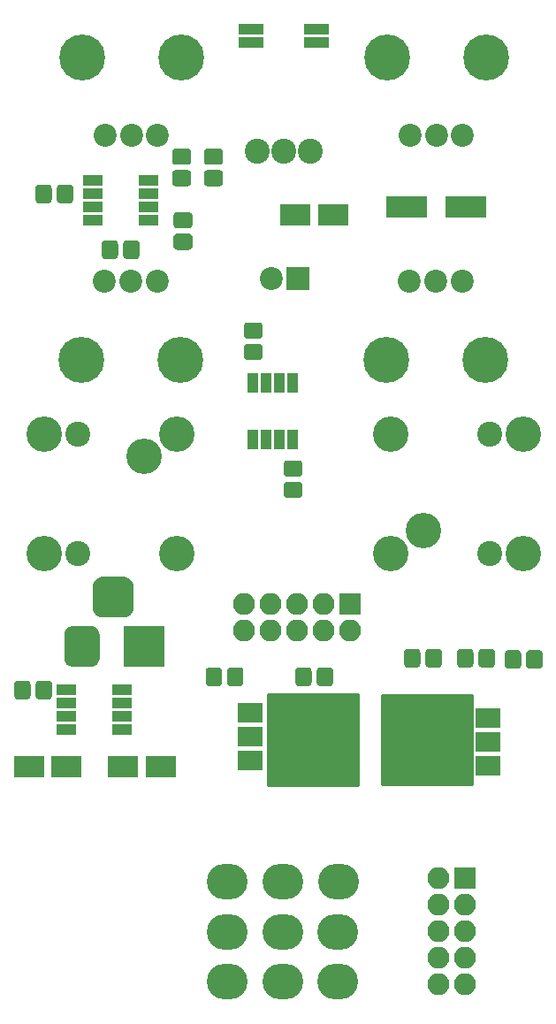
<source format=gbr>
G04 #@! TF.GenerationSoftware,KiCad,Pcbnew,(5.0.0-3-g5ebb6b6)*
G04 #@! TF.CreationDate,2018-11-15T11:11:36+00:00*
G04 #@! TF.ProjectId,555PWMTremolo,35353550574D5472656D6F6C6F2E6B69,rev?*
G04 #@! TF.SameCoordinates,Original*
G04 #@! TF.FileFunction,Soldermask,Top*
G04 #@! TF.FilePolarity,Negative*
%FSLAX46Y46*%
G04 Gerber Fmt 4.6, Leading zero omitted, Abs format (unit mm)*
G04 Created by KiCad (PCBNEW (5.0.0-3-g5ebb6b6)) date Thursday, 15 November 2018 at 11:11:36*
%MOMM*%
%LPD*%
G01*
G04 APERTURE LIST*
%ADD10O,2.100000X2.100000*%
%ADD11R,2.100000X2.100000*%
%ADD12O,3.900000X3.400000*%
%ADD13R,2.200000X2.200000*%
%ADD14C,2.200000*%
%ADD15R,2.400000X1.900000*%
%ADD16R,2.400000X4.200000*%
%ADD17C,0.100000*%
%ADD18C,1.550000*%
%ADD19C,2.400000*%
%ADD20C,3.400000*%
%ADD21R,3.900000X3.900000*%
%ADD22C,3.900000*%
%ADD23C,4.400000*%
%ADD24R,1.000000X1.950000*%
%ADD25R,3.000000X2.000000*%
%ADD26R,1.950000X1.000000*%
%ADD27R,2.400000X1.040000*%
%ADD28R,3.900000X2.000000*%
%ADD29C,0.254000*%
G04 APERTURE END LIST*
D10*
G04 #@! TO.C,J_AUXTOMAIN1*
X95504000Y-154940000D03*
X95504000Y-157480000D03*
X95504000Y-160020000D03*
X95504000Y-162560000D03*
X95504000Y-165100000D03*
X98044000Y-165100000D03*
X98044000Y-162560000D03*
X98044000Y-160020000D03*
X98044000Y-157480000D03*
D11*
X98044000Y-154940000D03*
G04 #@! TD*
D12*
G04 #@! TO.C,SW_EN1*
X85836760Y-164851080D03*
X80563720Y-164838380D03*
X75247500Y-164833300D03*
X85852000Y-160045400D03*
X80556100Y-160045400D03*
X75247500Y-160045400D03*
X85864700Y-155244800D03*
X80556100Y-155244800D03*
X75247500Y-155244800D03*
G04 #@! TD*
D13*
G04 #@! TO.C,D_LED1*
X82042000Y-97536000D03*
D14*
X79502000Y-97536000D03*
G04 #@! TD*
D15*
G04 #@! TO.C,U_NREG1*
X100241500Y-144159000D03*
X100241500Y-139559000D03*
X100241500Y-141859000D03*
D16*
X93941500Y-141859000D03*
G04 #@! TD*
D17*
G04 #@! TO.C,C_BP1*
G36*
X71462071Y-87119623D02*
X71494781Y-87124475D01*
X71526857Y-87132509D01*
X71557991Y-87143649D01*
X71587884Y-87157787D01*
X71616247Y-87174787D01*
X71642807Y-87194485D01*
X71667308Y-87216692D01*
X71689515Y-87241193D01*
X71709213Y-87267753D01*
X71726213Y-87296116D01*
X71740351Y-87326009D01*
X71751491Y-87357143D01*
X71759525Y-87389219D01*
X71764377Y-87421929D01*
X71766000Y-87454956D01*
X71766000Y-88331044D01*
X71764377Y-88364071D01*
X71759525Y-88396781D01*
X71751491Y-88428857D01*
X71740351Y-88459991D01*
X71726213Y-88489884D01*
X71709213Y-88518247D01*
X71689515Y-88544807D01*
X71667308Y-88569308D01*
X71642807Y-88591515D01*
X71616247Y-88611213D01*
X71587884Y-88628213D01*
X71557991Y-88642351D01*
X71526857Y-88653491D01*
X71494781Y-88661525D01*
X71462071Y-88666377D01*
X71429044Y-88668000D01*
X70302956Y-88668000D01*
X70269929Y-88666377D01*
X70237219Y-88661525D01*
X70205143Y-88653491D01*
X70174009Y-88642351D01*
X70144116Y-88628213D01*
X70115753Y-88611213D01*
X70089193Y-88591515D01*
X70064692Y-88569308D01*
X70042485Y-88544807D01*
X70022787Y-88518247D01*
X70005787Y-88489884D01*
X69991649Y-88459991D01*
X69980509Y-88428857D01*
X69972475Y-88396781D01*
X69967623Y-88364071D01*
X69966000Y-88331044D01*
X69966000Y-87454956D01*
X69967623Y-87421929D01*
X69972475Y-87389219D01*
X69980509Y-87357143D01*
X69991649Y-87326009D01*
X70005787Y-87296116D01*
X70022787Y-87267753D01*
X70042485Y-87241193D01*
X70064692Y-87216692D01*
X70089193Y-87194485D01*
X70115753Y-87174787D01*
X70144116Y-87157787D01*
X70174009Y-87143649D01*
X70205143Y-87132509D01*
X70237219Y-87124475D01*
X70269929Y-87119623D01*
X70302956Y-87118000D01*
X71429044Y-87118000D01*
X71462071Y-87119623D01*
X71462071Y-87119623D01*
G37*
D18*
X70866000Y-87893000D03*
D17*
G36*
X71462071Y-85069623D02*
X71494781Y-85074475D01*
X71526857Y-85082509D01*
X71557991Y-85093649D01*
X71587884Y-85107787D01*
X71616247Y-85124787D01*
X71642807Y-85144485D01*
X71667308Y-85166692D01*
X71689515Y-85191193D01*
X71709213Y-85217753D01*
X71726213Y-85246116D01*
X71740351Y-85276009D01*
X71751491Y-85307143D01*
X71759525Y-85339219D01*
X71764377Y-85371929D01*
X71766000Y-85404956D01*
X71766000Y-86281044D01*
X71764377Y-86314071D01*
X71759525Y-86346781D01*
X71751491Y-86378857D01*
X71740351Y-86409991D01*
X71726213Y-86439884D01*
X71709213Y-86468247D01*
X71689515Y-86494807D01*
X71667308Y-86519308D01*
X71642807Y-86541515D01*
X71616247Y-86561213D01*
X71587884Y-86578213D01*
X71557991Y-86592351D01*
X71526857Y-86603491D01*
X71494781Y-86611525D01*
X71462071Y-86616377D01*
X71429044Y-86618000D01*
X70302956Y-86618000D01*
X70269929Y-86616377D01*
X70237219Y-86611525D01*
X70205143Y-86603491D01*
X70174009Y-86592351D01*
X70144116Y-86578213D01*
X70115753Y-86561213D01*
X70089193Y-86541515D01*
X70064692Y-86519308D01*
X70042485Y-86494807D01*
X70022787Y-86468247D01*
X70005787Y-86439884D01*
X69991649Y-86409991D01*
X69980509Y-86378857D01*
X69972475Y-86346781D01*
X69967623Y-86314071D01*
X69966000Y-86281044D01*
X69966000Y-85404956D01*
X69967623Y-85371929D01*
X69972475Y-85339219D01*
X69980509Y-85307143D01*
X69991649Y-85276009D01*
X70005787Y-85246116D01*
X70022787Y-85217753D01*
X70042485Y-85191193D01*
X70064692Y-85166692D01*
X70089193Y-85144485D01*
X70115753Y-85124787D01*
X70144116Y-85107787D01*
X70174009Y-85093649D01*
X70205143Y-85082509D01*
X70237219Y-85074475D01*
X70269929Y-85069623D01*
X70302956Y-85068000D01*
X71429044Y-85068000D01*
X71462071Y-85069623D01*
X71462071Y-85069623D01*
G37*
D18*
X70866000Y-85843000D03*
G04 #@! TD*
D17*
G04 #@! TO.C,C_BP3*
G36*
X78320071Y-103756623D02*
X78352781Y-103761475D01*
X78384857Y-103769509D01*
X78415991Y-103780649D01*
X78445884Y-103794787D01*
X78474247Y-103811787D01*
X78500807Y-103831485D01*
X78525308Y-103853692D01*
X78547515Y-103878193D01*
X78567213Y-103904753D01*
X78584213Y-103933116D01*
X78598351Y-103963009D01*
X78609491Y-103994143D01*
X78617525Y-104026219D01*
X78622377Y-104058929D01*
X78624000Y-104091956D01*
X78624000Y-104968044D01*
X78622377Y-105001071D01*
X78617525Y-105033781D01*
X78609491Y-105065857D01*
X78598351Y-105096991D01*
X78584213Y-105126884D01*
X78567213Y-105155247D01*
X78547515Y-105181807D01*
X78525308Y-105206308D01*
X78500807Y-105228515D01*
X78474247Y-105248213D01*
X78445884Y-105265213D01*
X78415991Y-105279351D01*
X78384857Y-105290491D01*
X78352781Y-105298525D01*
X78320071Y-105303377D01*
X78287044Y-105305000D01*
X77160956Y-105305000D01*
X77127929Y-105303377D01*
X77095219Y-105298525D01*
X77063143Y-105290491D01*
X77032009Y-105279351D01*
X77002116Y-105265213D01*
X76973753Y-105248213D01*
X76947193Y-105228515D01*
X76922692Y-105206308D01*
X76900485Y-105181807D01*
X76880787Y-105155247D01*
X76863787Y-105126884D01*
X76849649Y-105096991D01*
X76838509Y-105065857D01*
X76830475Y-105033781D01*
X76825623Y-105001071D01*
X76824000Y-104968044D01*
X76824000Y-104091956D01*
X76825623Y-104058929D01*
X76830475Y-104026219D01*
X76838509Y-103994143D01*
X76849649Y-103963009D01*
X76863787Y-103933116D01*
X76880787Y-103904753D01*
X76900485Y-103878193D01*
X76922692Y-103853692D01*
X76947193Y-103831485D01*
X76973753Y-103811787D01*
X77002116Y-103794787D01*
X77032009Y-103780649D01*
X77063143Y-103769509D01*
X77095219Y-103761475D01*
X77127929Y-103756623D01*
X77160956Y-103755000D01*
X78287044Y-103755000D01*
X78320071Y-103756623D01*
X78320071Y-103756623D01*
G37*
D18*
X77724000Y-104530000D03*
D17*
G36*
X78320071Y-101706623D02*
X78352781Y-101711475D01*
X78384857Y-101719509D01*
X78415991Y-101730649D01*
X78445884Y-101744787D01*
X78474247Y-101761787D01*
X78500807Y-101781485D01*
X78525308Y-101803692D01*
X78547515Y-101828193D01*
X78567213Y-101854753D01*
X78584213Y-101883116D01*
X78598351Y-101913009D01*
X78609491Y-101944143D01*
X78617525Y-101976219D01*
X78622377Y-102008929D01*
X78624000Y-102041956D01*
X78624000Y-102918044D01*
X78622377Y-102951071D01*
X78617525Y-102983781D01*
X78609491Y-103015857D01*
X78598351Y-103046991D01*
X78584213Y-103076884D01*
X78567213Y-103105247D01*
X78547515Y-103131807D01*
X78525308Y-103156308D01*
X78500807Y-103178515D01*
X78474247Y-103198213D01*
X78445884Y-103215213D01*
X78415991Y-103229351D01*
X78384857Y-103240491D01*
X78352781Y-103248525D01*
X78320071Y-103253377D01*
X78287044Y-103255000D01*
X77160956Y-103255000D01*
X77127929Y-103253377D01*
X77095219Y-103248525D01*
X77063143Y-103240491D01*
X77032009Y-103229351D01*
X77002116Y-103215213D01*
X76973753Y-103198213D01*
X76947193Y-103178515D01*
X76922692Y-103156308D01*
X76900485Y-103131807D01*
X76880787Y-103105247D01*
X76863787Y-103076884D01*
X76849649Y-103046991D01*
X76838509Y-103015857D01*
X76830475Y-102983781D01*
X76825623Y-102951071D01*
X76824000Y-102918044D01*
X76824000Y-102041956D01*
X76825623Y-102008929D01*
X76830475Y-101976219D01*
X76838509Y-101944143D01*
X76849649Y-101913009D01*
X76863787Y-101883116D01*
X76880787Y-101854753D01*
X76900485Y-101828193D01*
X76922692Y-101803692D01*
X76947193Y-101781485D01*
X76973753Y-101761787D01*
X77002116Y-101744787D01*
X77032009Y-101730649D01*
X77063143Y-101719509D01*
X77095219Y-101711475D01*
X77127929Y-101706623D01*
X77160956Y-101705000D01*
X78287044Y-101705000D01*
X78320071Y-101706623D01*
X78320071Y-101706623D01*
G37*
D18*
X77724000Y-102480000D03*
G04 #@! TD*
D17*
G04 #@! TO.C,C_BP4*
G36*
X82130071Y-116964623D02*
X82162781Y-116969475D01*
X82194857Y-116977509D01*
X82225991Y-116988649D01*
X82255884Y-117002787D01*
X82284247Y-117019787D01*
X82310807Y-117039485D01*
X82335308Y-117061692D01*
X82357515Y-117086193D01*
X82377213Y-117112753D01*
X82394213Y-117141116D01*
X82408351Y-117171009D01*
X82419491Y-117202143D01*
X82427525Y-117234219D01*
X82432377Y-117266929D01*
X82434000Y-117299956D01*
X82434000Y-118176044D01*
X82432377Y-118209071D01*
X82427525Y-118241781D01*
X82419491Y-118273857D01*
X82408351Y-118304991D01*
X82394213Y-118334884D01*
X82377213Y-118363247D01*
X82357515Y-118389807D01*
X82335308Y-118414308D01*
X82310807Y-118436515D01*
X82284247Y-118456213D01*
X82255884Y-118473213D01*
X82225991Y-118487351D01*
X82194857Y-118498491D01*
X82162781Y-118506525D01*
X82130071Y-118511377D01*
X82097044Y-118513000D01*
X80970956Y-118513000D01*
X80937929Y-118511377D01*
X80905219Y-118506525D01*
X80873143Y-118498491D01*
X80842009Y-118487351D01*
X80812116Y-118473213D01*
X80783753Y-118456213D01*
X80757193Y-118436515D01*
X80732692Y-118414308D01*
X80710485Y-118389807D01*
X80690787Y-118363247D01*
X80673787Y-118334884D01*
X80659649Y-118304991D01*
X80648509Y-118273857D01*
X80640475Y-118241781D01*
X80635623Y-118209071D01*
X80634000Y-118176044D01*
X80634000Y-117299956D01*
X80635623Y-117266929D01*
X80640475Y-117234219D01*
X80648509Y-117202143D01*
X80659649Y-117171009D01*
X80673787Y-117141116D01*
X80690787Y-117112753D01*
X80710485Y-117086193D01*
X80732692Y-117061692D01*
X80757193Y-117039485D01*
X80783753Y-117019787D01*
X80812116Y-117002787D01*
X80842009Y-116988649D01*
X80873143Y-116977509D01*
X80905219Y-116969475D01*
X80937929Y-116964623D01*
X80970956Y-116963000D01*
X82097044Y-116963000D01*
X82130071Y-116964623D01*
X82130071Y-116964623D01*
G37*
D18*
X81534000Y-117738000D03*
D17*
G36*
X82130071Y-114914623D02*
X82162781Y-114919475D01*
X82194857Y-114927509D01*
X82225991Y-114938649D01*
X82255884Y-114952787D01*
X82284247Y-114969787D01*
X82310807Y-114989485D01*
X82335308Y-115011692D01*
X82357515Y-115036193D01*
X82377213Y-115062753D01*
X82394213Y-115091116D01*
X82408351Y-115121009D01*
X82419491Y-115152143D01*
X82427525Y-115184219D01*
X82432377Y-115216929D01*
X82434000Y-115249956D01*
X82434000Y-116126044D01*
X82432377Y-116159071D01*
X82427525Y-116191781D01*
X82419491Y-116223857D01*
X82408351Y-116254991D01*
X82394213Y-116284884D01*
X82377213Y-116313247D01*
X82357515Y-116339807D01*
X82335308Y-116364308D01*
X82310807Y-116386515D01*
X82284247Y-116406213D01*
X82255884Y-116423213D01*
X82225991Y-116437351D01*
X82194857Y-116448491D01*
X82162781Y-116456525D01*
X82130071Y-116461377D01*
X82097044Y-116463000D01*
X80970956Y-116463000D01*
X80937929Y-116461377D01*
X80905219Y-116456525D01*
X80873143Y-116448491D01*
X80842009Y-116437351D01*
X80812116Y-116423213D01*
X80783753Y-116406213D01*
X80757193Y-116386515D01*
X80732692Y-116364308D01*
X80710485Y-116339807D01*
X80690787Y-116313247D01*
X80673787Y-116284884D01*
X80659649Y-116254991D01*
X80648509Y-116223857D01*
X80640475Y-116191781D01*
X80635623Y-116159071D01*
X80634000Y-116126044D01*
X80634000Y-115249956D01*
X80635623Y-115216929D01*
X80640475Y-115184219D01*
X80648509Y-115152143D01*
X80659649Y-115121009D01*
X80673787Y-115091116D01*
X80690787Y-115062753D01*
X80710485Y-115036193D01*
X80732692Y-115011692D01*
X80757193Y-114989485D01*
X80783753Y-114969787D01*
X80812116Y-114952787D01*
X80842009Y-114938649D01*
X80873143Y-114927509D01*
X80905219Y-114919475D01*
X80937929Y-114914623D01*
X80970956Y-114913000D01*
X82097044Y-114913000D01*
X82130071Y-114914623D01*
X82130071Y-114914623D01*
G37*
D18*
X81534000Y-115688000D03*
G04 #@! TD*
D17*
G04 #@! TO.C,C_BP5*
G36*
X56088071Y-136007623D02*
X56120781Y-136012475D01*
X56152857Y-136020509D01*
X56183991Y-136031649D01*
X56213884Y-136045787D01*
X56242247Y-136062787D01*
X56268807Y-136082485D01*
X56293308Y-136104692D01*
X56315515Y-136129193D01*
X56335213Y-136155753D01*
X56352213Y-136184116D01*
X56366351Y-136214009D01*
X56377491Y-136245143D01*
X56385525Y-136277219D01*
X56390377Y-136309929D01*
X56392000Y-136342956D01*
X56392000Y-137469044D01*
X56390377Y-137502071D01*
X56385525Y-137534781D01*
X56377491Y-137566857D01*
X56366351Y-137597991D01*
X56352213Y-137627884D01*
X56335213Y-137656247D01*
X56315515Y-137682807D01*
X56293308Y-137707308D01*
X56268807Y-137729515D01*
X56242247Y-137749213D01*
X56213884Y-137766213D01*
X56183991Y-137780351D01*
X56152857Y-137791491D01*
X56120781Y-137799525D01*
X56088071Y-137804377D01*
X56055044Y-137806000D01*
X55178956Y-137806000D01*
X55145929Y-137804377D01*
X55113219Y-137799525D01*
X55081143Y-137791491D01*
X55050009Y-137780351D01*
X55020116Y-137766213D01*
X54991753Y-137749213D01*
X54965193Y-137729515D01*
X54940692Y-137707308D01*
X54918485Y-137682807D01*
X54898787Y-137656247D01*
X54881787Y-137627884D01*
X54867649Y-137597991D01*
X54856509Y-137566857D01*
X54848475Y-137534781D01*
X54843623Y-137502071D01*
X54842000Y-137469044D01*
X54842000Y-136342956D01*
X54843623Y-136309929D01*
X54848475Y-136277219D01*
X54856509Y-136245143D01*
X54867649Y-136214009D01*
X54881787Y-136184116D01*
X54898787Y-136155753D01*
X54918485Y-136129193D01*
X54940692Y-136104692D01*
X54965193Y-136082485D01*
X54991753Y-136062787D01*
X55020116Y-136045787D01*
X55050009Y-136031649D01*
X55081143Y-136020509D01*
X55113219Y-136012475D01*
X55145929Y-136007623D01*
X55178956Y-136006000D01*
X56055044Y-136006000D01*
X56088071Y-136007623D01*
X56088071Y-136007623D01*
G37*
D18*
X55617000Y-136906000D03*
D17*
G36*
X58138071Y-136007623D02*
X58170781Y-136012475D01*
X58202857Y-136020509D01*
X58233991Y-136031649D01*
X58263884Y-136045787D01*
X58292247Y-136062787D01*
X58318807Y-136082485D01*
X58343308Y-136104692D01*
X58365515Y-136129193D01*
X58385213Y-136155753D01*
X58402213Y-136184116D01*
X58416351Y-136214009D01*
X58427491Y-136245143D01*
X58435525Y-136277219D01*
X58440377Y-136309929D01*
X58442000Y-136342956D01*
X58442000Y-137469044D01*
X58440377Y-137502071D01*
X58435525Y-137534781D01*
X58427491Y-137566857D01*
X58416351Y-137597991D01*
X58402213Y-137627884D01*
X58385213Y-137656247D01*
X58365515Y-137682807D01*
X58343308Y-137707308D01*
X58318807Y-137729515D01*
X58292247Y-137749213D01*
X58263884Y-137766213D01*
X58233991Y-137780351D01*
X58202857Y-137791491D01*
X58170781Y-137799525D01*
X58138071Y-137804377D01*
X58105044Y-137806000D01*
X57228956Y-137806000D01*
X57195929Y-137804377D01*
X57163219Y-137799525D01*
X57131143Y-137791491D01*
X57100009Y-137780351D01*
X57070116Y-137766213D01*
X57041753Y-137749213D01*
X57015193Y-137729515D01*
X56990692Y-137707308D01*
X56968485Y-137682807D01*
X56948787Y-137656247D01*
X56931787Y-137627884D01*
X56917649Y-137597991D01*
X56906509Y-137566857D01*
X56898475Y-137534781D01*
X56893623Y-137502071D01*
X56892000Y-137469044D01*
X56892000Y-136342956D01*
X56893623Y-136309929D01*
X56898475Y-136277219D01*
X56906509Y-136245143D01*
X56917649Y-136214009D01*
X56931787Y-136184116D01*
X56948787Y-136155753D01*
X56968485Y-136129193D01*
X56990692Y-136104692D01*
X57015193Y-136082485D01*
X57041753Y-136062787D01*
X57070116Y-136045787D01*
X57100009Y-136031649D01*
X57131143Y-136020509D01*
X57163219Y-136012475D01*
X57195929Y-136007623D01*
X57228956Y-136006000D01*
X58105044Y-136006000D01*
X58138071Y-136007623D01*
X58138071Y-136007623D01*
G37*
D18*
X57667000Y-136906000D03*
G04 #@! TD*
D19*
G04 #@! TO.C,J_IN1*
X100393500Y-112395000D03*
X100393500Y-123825000D03*
D20*
X94043500Y-121666000D03*
X103568500Y-123825000D03*
X103568500Y-112395000D03*
X90868500Y-112395000D03*
X90868500Y-123825000D03*
G04 #@! TD*
D21*
G04 #@! TO.C,J_PWR1*
X67310000Y-132715000D03*
D17*
G36*
X62243315Y-130769093D02*
X62325827Y-130781333D01*
X62406742Y-130801601D01*
X62485281Y-130829702D01*
X62560687Y-130865367D01*
X62632235Y-130908251D01*
X62699234Y-130957941D01*
X62761041Y-131013959D01*
X62817059Y-131075766D01*
X62866749Y-131142765D01*
X62909633Y-131214313D01*
X62945298Y-131289719D01*
X62973399Y-131368258D01*
X62993667Y-131449173D01*
X63005907Y-131531685D01*
X63010000Y-131615000D01*
X63010000Y-133815000D01*
X63005907Y-133898315D01*
X62993667Y-133980827D01*
X62973399Y-134061742D01*
X62945298Y-134140281D01*
X62909633Y-134215687D01*
X62866749Y-134287235D01*
X62817059Y-134354234D01*
X62761041Y-134416041D01*
X62699234Y-134472059D01*
X62632235Y-134521749D01*
X62560687Y-134564633D01*
X62485281Y-134600298D01*
X62406742Y-134628399D01*
X62325827Y-134648667D01*
X62243315Y-134660907D01*
X62160000Y-134665000D01*
X60460000Y-134665000D01*
X60376685Y-134660907D01*
X60294173Y-134648667D01*
X60213258Y-134628399D01*
X60134719Y-134600298D01*
X60059313Y-134564633D01*
X59987765Y-134521749D01*
X59920766Y-134472059D01*
X59858959Y-134416041D01*
X59802941Y-134354234D01*
X59753251Y-134287235D01*
X59710367Y-134215687D01*
X59674702Y-134140281D01*
X59646601Y-134061742D01*
X59626333Y-133980827D01*
X59614093Y-133898315D01*
X59610000Y-133815000D01*
X59610000Y-131615000D01*
X59614093Y-131531685D01*
X59626333Y-131449173D01*
X59646601Y-131368258D01*
X59674702Y-131289719D01*
X59710367Y-131214313D01*
X59753251Y-131142765D01*
X59802941Y-131075766D01*
X59858959Y-131013959D01*
X59920766Y-130957941D01*
X59987765Y-130908251D01*
X60059313Y-130865367D01*
X60134719Y-130829702D01*
X60213258Y-130801601D01*
X60294173Y-130781333D01*
X60376685Y-130769093D01*
X60460000Y-130765000D01*
X62160000Y-130765000D01*
X62243315Y-130769093D01*
X62243315Y-130769093D01*
G37*
D20*
X61310000Y-132715000D03*
D17*
G36*
X65380567Y-126069695D02*
X65475213Y-126083734D01*
X65568028Y-126106983D01*
X65658116Y-126139217D01*
X65744612Y-126180127D01*
X65826681Y-126229317D01*
X65903533Y-126286315D01*
X65974429Y-126350571D01*
X66038685Y-126421467D01*
X66095683Y-126498319D01*
X66144873Y-126580388D01*
X66185783Y-126666884D01*
X66218017Y-126756972D01*
X66241266Y-126849787D01*
X66255305Y-126944433D01*
X66260000Y-127040000D01*
X66260000Y-128990000D01*
X66255305Y-129085567D01*
X66241266Y-129180213D01*
X66218017Y-129273028D01*
X66185783Y-129363116D01*
X66144873Y-129449612D01*
X66095683Y-129531681D01*
X66038685Y-129608533D01*
X65974429Y-129679429D01*
X65903533Y-129743685D01*
X65826681Y-129800683D01*
X65744612Y-129849873D01*
X65658116Y-129890783D01*
X65568028Y-129923017D01*
X65475213Y-129946266D01*
X65380567Y-129960305D01*
X65285000Y-129965000D01*
X63335000Y-129965000D01*
X63239433Y-129960305D01*
X63144787Y-129946266D01*
X63051972Y-129923017D01*
X62961884Y-129890783D01*
X62875388Y-129849873D01*
X62793319Y-129800683D01*
X62716467Y-129743685D01*
X62645571Y-129679429D01*
X62581315Y-129608533D01*
X62524317Y-129531681D01*
X62475127Y-129449612D01*
X62434217Y-129363116D01*
X62401983Y-129273028D01*
X62378734Y-129180213D01*
X62364695Y-129085567D01*
X62360000Y-128990000D01*
X62360000Y-127040000D01*
X62364695Y-126944433D01*
X62378734Y-126849787D01*
X62401983Y-126756972D01*
X62434217Y-126666884D01*
X62475127Y-126580388D01*
X62524317Y-126498319D01*
X62581315Y-126421467D01*
X62645571Y-126350571D01*
X62716467Y-126286315D01*
X62793319Y-126229317D01*
X62875388Y-126180127D01*
X62961884Y-126139217D01*
X63051972Y-126106983D01*
X63144787Y-126083734D01*
X63239433Y-126069695D01*
X63335000Y-126065000D01*
X65285000Y-126065000D01*
X65380567Y-126069695D01*
X65380567Y-126069695D01*
G37*
D22*
X64310000Y-128015000D03*
G04 #@! TD*
D14*
G04 #@! TO.C,P_DEPTH1*
X92790000Y-83820000D03*
X95290000Y-83820000D03*
X97790000Y-83820000D03*
D23*
X90540000Y-76320000D03*
X100040000Y-76320000D03*
G04 #@! TD*
G04 #@! TO.C,P_VOL1*
X90460000Y-105290000D03*
X99960000Y-105290000D03*
D14*
X92710000Y-97790000D03*
X95210000Y-97790000D03*
X97710000Y-97790000D03*
G04 #@! TD*
D17*
G04 #@! TO.C,R1*
G36*
X74426871Y-134737623D02*
X74459581Y-134742475D01*
X74491657Y-134750509D01*
X74522791Y-134761649D01*
X74552684Y-134775787D01*
X74581047Y-134792787D01*
X74607607Y-134812485D01*
X74632108Y-134834692D01*
X74654315Y-134859193D01*
X74674013Y-134885753D01*
X74691013Y-134914116D01*
X74705151Y-134944009D01*
X74716291Y-134975143D01*
X74724325Y-135007219D01*
X74729177Y-135039929D01*
X74730800Y-135072956D01*
X74730800Y-136199044D01*
X74729177Y-136232071D01*
X74724325Y-136264781D01*
X74716291Y-136296857D01*
X74705151Y-136327991D01*
X74691013Y-136357884D01*
X74674013Y-136386247D01*
X74654315Y-136412807D01*
X74632108Y-136437308D01*
X74607607Y-136459515D01*
X74581047Y-136479213D01*
X74552684Y-136496213D01*
X74522791Y-136510351D01*
X74491657Y-136521491D01*
X74459581Y-136529525D01*
X74426871Y-136534377D01*
X74393844Y-136536000D01*
X73517756Y-136536000D01*
X73484729Y-136534377D01*
X73452019Y-136529525D01*
X73419943Y-136521491D01*
X73388809Y-136510351D01*
X73358916Y-136496213D01*
X73330553Y-136479213D01*
X73303993Y-136459515D01*
X73279492Y-136437308D01*
X73257285Y-136412807D01*
X73237587Y-136386247D01*
X73220587Y-136357884D01*
X73206449Y-136327991D01*
X73195309Y-136296857D01*
X73187275Y-136264781D01*
X73182423Y-136232071D01*
X73180800Y-136199044D01*
X73180800Y-135072956D01*
X73182423Y-135039929D01*
X73187275Y-135007219D01*
X73195309Y-134975143D01*
X73206449Y-134944009D01*
X73220587Y-134914116D01*
X73237587Y-134885753D01*
X73257285Y-134859193D01*
X73279492Y-134834692D01*
X73303993Y-134812485D01*
X73330553Y-134792787D01*
X73358916Y-134775787D01*
X73388809Y-134761649D01*
X73419943Y-134750509D01*
X73452019Y-134742475D01*
X73484729Y-134737623D01*
X73517756Y-134736000D01*
X74393844Y-134736000D01*
X74426871Y-134737623D01*
X74426871Y-134737623D01*
G37*
D18*
X73955800Y-135636000D03*
D17*
G36*
X76476871Y-134737623D02*
X76509581Y-134742475D01*
X76541657Y-134750509D01*
X76572791Y-134761649D01*
X76602684Y-134775787D01*
X76631047Y-134792787D01*
X76657607Y-134812485D01*
X76682108Y-134834692D01*
X76704315Y-134859193D01*
X76724013Y-134885753D01*
X76741013Y-134914116D01*
X76755151Y-134944009D01*
X76766291Y-134975143D01*
X76774325Y-135007219D01*
X76779177Y-135039929D01*
X76780800Y-135072956D01*
X76780800Y-136199044D01*
X76779177Y-136232071D01*
X76774325Y-136264781D01*
X76766291Y-136296857D01*
X76755151Y-136327991D01*
X76741013Y-136357884D01*
X76724013Y-136386247D01*
X76704315Y-136412807D01*
X76682108Y-136437308D01*
X76657607Y-136459515D01*
X76631047Y-136479213D01*
X76602684Y-136496213D01*
X76572791Y-136510351D01*
X76541657Y-136521491D01*
X76509581Y-136529525D01*
X76476871Y-136534377D01*
X76443844Y-136536000D01*
X75567756Y-136536000D01*
X75534729Y-136534377D01*
X75502019Y-136529525D01*
X75469943Y-136521491D01*
X75438809Y-136510351D01*
X75408916Y-136496213D01*
X75380553Y-136479213D01*
X75353993Y-136459515D01*
X75329492Y-136437308D01*
X75307285Y-136412807D01*
X75287587Y-136386247D01*
X75270587Y-136357884D01*
X75256449Y-136327991D01*
X75245309Y-136296857D01*
X75237275Y-136264781D01*
X75232423Y-136232071D01*
X75230800Y-136199044D01*
X75230800Y-135072956D01*
X75232423Y-135039929D01*
X75237275Y-135007219D01*
X75245309Y-134975143D01*
X75256449Y-134944009D01*
X75270587Y-134914116D01*
X75287587Y-134885753D01*
X75307285Y-134859193D01*
X75329492Y-134834692D01*
X75353993Y-134812485D01*
X75380553Y-134792787D01*
X75408916Y-134775787D01*
X75438809Y-134761649D01*
X75469943Y-134750509D01*
X75502019Y-134742475D01*
X75534729Y-134737623D01*
X75567756Y-134736000D01*
X76443844Y-134736000D01*
X76476871Y-134737623D01*
X76476871Y-134737623D01*
G37*
D18*
X76005800Y-135636000D03*
G04 #@! TD*
D17*
G04 #@! TO.C,R2*
G36*
X85062071Y-134737623D02*
X85094781Y-134742475D01*
X85126857Y-134750509D01*
X85157991Y-134761649D01*
X85187884Y-134775787D01*
X85216247Y-134792787D01*
X85242807Y-134812485D01*
X85267308Y-134834692D01*
X85289515Y-134859193D01*
X85309213Y-134885753D01*
X85326213Y-134914116D01*
X85340351Y-134944009D01*
X85351491Y-134975143D01*
X85359525Y-135007219D01*
X85364377Y-135039929D01*
X85366000Y-135072956D01*
X85366000Y-136199044D01*
X85364377Y-136232071D01*
X85359525Y-136264781D01*
X85351491Y-136296857D01*
X85340351Y-136327991D01*
X85326213Y-136357884D01*
X85309213Y-136386247D01*
X85289515Y-136412807D01*
X85267308Y-136437308D01*
X85242807Y-136459515D01*
X85216247Y-136479213D01*
X85187884Y-136496213D01*
X85157991Y-136510351D01*
X85126857Y-136521491D01*
X85094781Y-136529525D01*
X85062071Y-136534377D01*
X85029044Y-136536000D01*
X84152956Y-136536000D01*
X84119929Y-136534377D01*
X84087219Y-136529525D01*
X84055143Y-136521491D01*
X84024009Y-136510351D01*
X83994116Y-136496213D01*
X83965753Y-136479213D01*
X83939193Y-136459515D01*
X83914692Y-136437308D01*
X83892485Y-136412807D01*
X83872787Y-136386247D01*
X83855787Y-136357884D01*
X83841649Y-136327991D01*
X83830509Y-136296857D01*
X83822475Y-136264781D01*
X83817623Y-136232071D01*
X83816000Y-136199044D01*
X83816000Y-135072956D01*
X83817623Y-135039929D01*
X83822475Y-135007219D01*
X83830509Y-134975143D01*
X83841649Y-134944009D01*
X83855787Y-134914116D01*
X83872787Y-134885753D01*
X83892485Y-134859193D01*
X83914692Y-134834692D01*
X83939193Y-134812485D01*
X83965753Y-134792787D01*
X83994116Y-134775787D01*
X84024009Y-134761649D01*
X84055143Y-134750509D01*
X84087219Y-134742475D01*
X84119929Y-134737623D01*
X84152956Y-134736000D01*
X85029044Y-134736000D01*
X85062071Y-134737623D01*
X85062071Y-134737623D01*
G37*
D18*
X84591000Y-135636000D03*
D17*
G36*
X83012071Y-134737623D02*
X83044781Y-134742475D01*
X83076857Y-134750509D01*
X83107991Y-134761649D01*
X83137884Y-134775787D01*
X83166247Y-134792787D01*
X83192807Y-134812485D01*
X83217308Y-134834692D01*
X83239515Y-134859193D01*
X83259213Y-134885753D01*
X83276213Y-134914116D01*
X83290351Y-134944009D01*
X83301491Y-134975143D01*
X83309525Y-135007219D01*
X83314377Y-135039929D01*
X83316000Y-135072956D01*
X83316000Y-136199044D01*
X83314377Y-136232071D01*
X83309525Y-136264781D01*
X83301491Y-136296857D01*
X83290351Y-136327991D01*
X83276213Y-136357884D01*
X83259213Y-136386247D01*
X83239515Y-136412807D01*
X83217308Y-136437308D01*
X83192807Y-136459515D01*
X83166247Y-136479213D01*
X83137884Y-136496213D01*
X83107991Y-136510351D01*
X83076857Y-136521491D01*
X83044781Y-136529525D01*
X83012071Y-136534377D01*
X82979044Y-136536000D01*
X82102956Y-136536000D01*
X82069929Y-136534377D01*
X82037219Y-136529525D01*
X82005143Y-136521491D01*
X81974009Y-136510351D01*
X81944116Y-136496213D01*
X81915753Y-136479213D01*
X81889193Y-136459515D01*
X81864692Y-136437308D01*
X81842485Y-136412807D01*
X81822787Y-136386247D01*
X81805787Y-136357884D01*
X81791649Y-136327991D01*
X81780509Y-136296857D01*
X81772475Y-136264781D01*
X81767623Y-136232071D01*
X81766000Y-136199044D01*
X81766000Y-135072956D01*
X81767623Y-135039929D01*
X81772475Y-135007219D01*
X81780509Y-134975143D01*
X81791649Y-134944009D01*
X81805787Y-134914116D01*
X81822787Y-134885753D01*
X81842485Y-134859193D01*
X81864692Y-134834692D01*
X81889193Y-134812485D01*
X81915753Y-134792787D01*
X81944116Y-134775787D01*
X81974009Y-134761649D01*
X82005143Y-134750509D01*
X82037219Y-134742475D01*
X82069929Y-134737623D01*
X82102956Y-134736000D01*
X82979044Y-134736000D01*
X83012071Y-134737623D01*
X83012071Y-134737623D01*
G37*
D18*
X82541000Y-135636000D03*
G04 #@! TD*
D17*
G04 #@! TO.C,R3*
G36*
X103078071Y-133086623D02*
X103110781Y-133091475D01*
X103142857Y-133099509D01*
X103173991Y-133110649D01*
X103203884Y-133124787D01*
X103232247Y-133141787D01*
X103258807Y-133161485D01*
X103283308Y-133183692D01*
X103305515Y-133208193D01*
X103325213Y-133234753D01*
X103342213Y-133263116D01*
X103356351Y-133293009D01*
X103367491Y-133324143D01*
X103375525Y-133356219D01*
X103380377Y-133388929D01*
X103382000Y-133421956D01*
X103382000Y-134548044D01*
X103380377Y-134581071D01*
X103375525Y-134613781D01*
X103367491Y-134645857D01*
X103356351Y-134676991D01*
X103342213Y-134706884D01*
X103325213Y-134735247D01*
X103305515Y-134761807D01*
X103283308Y-134786308D01*
X103258807Y-134808515D01*
X103232247Y-134828213D01*
X103203884Y-134845213D01*
X103173991Y-134859351D01*
X103142857Y-134870491D01*
X103110781Y-134878525D01*
X103078071Y-134883377D01*
X103045044Y-134885000D01*
X102168956Y-134885000D01*
X102135929Y-134883377D01*
X102103219Y-134878525D01*
X102071143Y-134870491D01*
X102040009Y-134859351D01*
X102010116Y-134845213D01*
X101981753Y-134828213D01*
X101955193Y-134808515D01*
X101930692Y-134786308D01*
X101908485Y-134761807D01*
X101888787Y-134735247D01*
X101871787Y-134706884D01*
X101857649Y-134676991D01*
X101846509Y-134645857D01*
X101838475Y-134613781D01*
X101833623Y-134581071D01*
X101832000Y-134548044D01*
X101832000Y-133421956D01*
X101833623Y-133388929D01*
X101838475Y-133356219D01*
X101846509Y-133324143D01*
X101857649Y-133293009D01*
X101871787Y-133263116D01*
X101888787Y-133234753D01*
X101908485Y-133208193D01*
X101930692Y-133183692D01*
X101955193Y-133161485D01*
X101981753Y-133141787D01*
X102010116Y-133124787D01*
X102040009Y-133110649D01*
X102071143Y-133099509D01*
X102103219Y-133091475D01*
X102135929Y-133086623D01*
X102168956Y-133085000D01*
X103045044Y-133085000D01*
X103078071Y-133086623D01*
X103078071Y-133086623D01*
G37*
D18*
X102607000Y-133985000D03*
D17*
G36*
X105128071Y-133086623D02*
X105160781Y-133091475D01*
X105192857Y-133099509D01*
X105223991Y-133110649D01*
X105253884Y-133124787D01*
X105282247Y-133141787D01*
X105308807Y-133161485D01*
X105333308Y-133183692D01*
X105355515Y-133208193D01*
X105375213Y-133234753D01*
X105392213Y-133263116D01*
X105406351Y-133293009D01*
X105417491Y-133324143D01*
X105425525Y-133356219D01*
X105430377Y-133388929D01*
X105432000Y-133421956D01*
X105432000Y-134548044D01*
X105430377Y-134581071D01*
X105425525Y-134613781D01*
X105417491Y-134645857D01*
X105406351Y-134676991D01*
X105392213Y-134706884D01*
X105375213Y-134735247D01*
X105355515Y-134761807D01*
X105333308Y-134786308D01*
X105308807Y-134808515D01*
X105282247Y-134828213D01*
X105253884Y-134845213D01*
X105223991Y-134859351D01*
X105192857Y-134870491D01*
X105160781Y-134878525D01*
X105128071Y-134883377D01*
X105095044Y-134885000D01*
X104218956Y-134885000D01*
X104185929Y-134883377D01*
X104153219Y-134878525D01*
X104121143Y-134870491D01*
X104090009Y-134859351D01*
X104060116Y-134845213D01*
X104031753Y-134828213D01*
X104005193Y-134808515D01*
X103980692Y-134786308D01*
X103958485Y-134761807D01*
X103938787Y-134735247D01*
X103921787Y-134706884D01*
X103907649Y-134676991D01*
X103896509Y-134645857D01*
X103888475Y-134613781D01*
X103883623Y-134581071D01*
X103882000Y-134548044D01*
X103882000Y-133421956D01*
X103883623Y-133388929D01*
X103888475Y-133356219D01*
X103896509Y-133324143D01*
X103907649Y-133293009D01*
X103921787Y-133263116D01*
X103938787Y-133234753D01*
X103958485Y-133208193D01*
X103980692Y-133183692D01*
X104005193Y-133161485D01*
X104031753Y-133141787D01*
X104060116Y-133124787D01*
X104090009Y-133110649D01*
X104121143Y-133099509D01*
X104153219Y-133091475D01*
X104185929Y-133086623D01*
X104218956Y-133085000D01*
X105095044Y-133085000D01*
X105128071Y-133086623D01*
X105128071Y-133086623D01*
G37*
D18*
X104657000Y-133985000D03*
G04 #@! TD*
D17*
G04 #@! TO.C,R4*
G36*
X95476071Y-132959623D02*
X95508781Y-132964475D01*
X95540857Y-132972509D01*
X95571991Y-132983649D01*
X95601884Y-132997787D01*
X95630247Y-133014787D01*
X95656807Y-133034485D01*
X95681308Y-133056692D01*
X95703515Y-133081193D01*
X95723213Y-133107753D01*
X95740213Y-133136116D01*
X95754351Y-133166009D01*
X95765491Y-133197143D01*
X95773525Y-133229219D01*
X95778377Y-133261929D01*
X95780000Y-133294956D01*
X95780000Y-134421044D01*
X95778377Y-134454071D01*
X95773525Y-134486781D01*
X95765491Y-134518857D01*
X95754351Y-134549991D01*
X95740213Y-134579884D01*
X95723213Y-134608247D01*
X95703515Y-134634807D01*
X95681308Y-134659308D01*
X95656807Y-134681515D01*
X95630247Y-134701213D01*
X95601884Y-134718213D01*
X95571991Y-134732351D01*
X95540857Y-134743491D01*
X95508781Y-134751525D01*
X95476071Y-134756377D01*
X95443044Y-134758000D01*
X94566956Y-134758000D01*
X94533929Y-134756377D01*
X94501219Y-134751525D01*
X94469143Y-134743491D01*
X94438009Y-134732351D01*
X94408116Y-134718213D01*
X94379753Y-134701213D01*
X94353193Y-134681515D01*
X94328692Y-134659308D01*
X94306485Y-134634807D01*
X94286787Y-134608247D01*
X94269787Y-134579884D01*
X94255649Y-134549991D01*
X94244509Y-134518857D01*
X94236475Y-134486781D01*
X94231623Y-134454071D01*
X94230000Y-134421044D01*
X94230000Y-133294956D01*
X94231623Y-133261929D01*
X94236475Y-133229219D01*
X94244509Y-133197143D01*
X94255649Y-133166009D01*
X94269787Y-133136116D01*
X94286787Y-133107753D01*
X94306485Y-133081193D01*
X94328692Y-133056692D01*
X94353193Y-133034485D01*
X94379753Y-133014787D01*
X94408116Y-132997787D01*
X94438009Y-132983649D01*
X94469143Y-132972509D01*
X94501219Y-132964475D01*
X94533929Y-132959623D01*
X94566956Y-132958000D01*
X95443044Y-132958000D01*
X95476071Y-132959623D01*
X95476071Y-132959623D01*
G37*
D18*
X95005000Y-133858000D03*
D17*
G36*
X93426071Y-132959623D02*
X93458781Y-132964475D01*
X93490857Y-132972509D01*
X93521991Y-132983649D01*
X93551884Y-132997787D01*
X93580247Y-133014787D01*
X93606807Y-133034485D01*
X93631308Y-133056692D01*
X93653515Y-133081193D01*
X93673213Y-133107753D01*
X93690213Y-133136116D01*
X93704351Y-133166009D01*
X93715491Y-133197143D01*
X93723525Y-133229219D01*
X93728377Y-133261929D01*
X93730000Y-133294956D01*
X93730000Y-134421044D01*
X93728377Y-134454071D01*
X93723525Y-134486781D01*
X93715491Y-134518857D01*
X93704351Y-134549991D01*
X93690213Y-134579884D01*
X93673213Y-134608247D01*
X93653515Y-134634807D01*
X93631308Y-134659308D01*
X93606807Y-134681515D01*
X93580247Y-134701213D01*
X93551884Y-134718213D01*
X93521991Y-134732351D01*
X93490857Y-134743491D01*
X93458781Y-134751525D01*
X93426071Y-134756377D01*
X93393044Y-134758000D01*
X92516956Y-134758000D01*
X92483929Y-134756377D01*
X92451219Y-134751525D01*
X92419143Y-134743491D01*
X92388009Y-134732351D01*
X92358116Y-134718213D01*
X92329753Y-134701213D01*
X92303193Y-134681515D01*
X92278692Y-134659308D01*
X92256485Y-134634807D01*
X92236787Y-134608247D01*
X92219787Y-134579884D01*
X92205649Y-134549991D01*
X92194509Y-134518857D01*
X92186475Y-134486781D01*
X92181623Y-134454071D01*
X92180000Y-134421044D01*
X92180000Y-133294956D01*
X92181623Y-133261929D01*
X92186475Y-133229219D01*
X92194509Y-133197143D01*
X92205649Y-133166009D01*
X92219787Y-133136116D01*
X92236787Y-133107753D01*
X92256485Y-133081193D01*
X92278692Y-133056692D01*
X92303193Y-133034485D01*
X92329753Y-133014787D01*
X92358116Y-132997787D01*
X92388009Y-132983649D01*
X92419143Y-132972509D01*
X92451219Y-132964475D01*
X92483929Y-132959623D01*
X92516956Y-132958000D01*
X93393044Y-132958000D01*
X93426071Y-132959623D01*
X93426071Y-132959623D01*
G37*
D18*
X92955000Y-133858000D03*
G04 #@! TD*
D17*
G04 #@! TO.C,R5*
G36*
X100556071Y-132959623D02*
X100588781Y-132964475D01*
X100620857Y-132972509D01*
X100651991Y-132983649D01*
X100681884Y-132997787D01*
X100710247Y-133014787D01*
X100736807Y-133034485D01*
X100761308Y-133056692D01*
X100783515Y-133081193D01*
X100803213Y-133107753D01*
X100820213Y-133136116D01*
X100834351Y-133166009D01*
X100845491Y-133197143D01*
X100853525Y-133229219D01*
X100858377Y-133261929D01*
X100860000Y-133294956D01*
X100860000Y-134421044D01*
X100858377Y-134454071D01*
X100853525Y-134486781D01*
X100845491Y-134518857D01*
X100834351Y-134549991D01*
X100820213Y-134579884D01*
X100803213Y-134608247D01*
X100783515Y-134634807D01*
X100761308Y-134659308D01*
X100736807Y-134681515D01*
X100710247Y-134701213D01*
X100681884Y-134718213D01*
X100651991Y-134732351D01*
X100620857Y-134743491D01*
X100588781Y-134751525D01*
X100556071Y-134756377D01*
X100523044Y-134758000D01*
X99646956Y-134758000D01*
X99613929Y-134756377D01*
X99581219Y-134751525D01*
X99549143Y-134743491D01*
X99518009Y-134732351D01*
X99488116Y-134718213D01*
X99459753Y-134701213D01*
X99433193Y-134681515D01*
X99408692Y-134659308D01*
X99386485Y-134634807D01*
X99366787Y-134608247D01*
X99349787Y-134579884D01*
X99335649Y-134549991D01*
X99324509Y-134518857D01*
X99316475Y-134486781D01*
X99311623Y-134454071D01*
X99310000Y-134421044D01*
X99310000Y-133294956D01*
X99311623Y-133261929D01*
X99316475Y-133229219D01*
X99324509Y-133197143D01*
X99335649Y-133166009D01*
X99349787Y-133136116D01*
X99366787Y-133107753D01*
X99386485Y-133081193D01*
X99408692Y-133056692D01*
X99433193Y-133034485D01*
X99459753Y-133014787D01*
X99488116Y-132997787D01*
X99518009Y-132983649D01*
X99549143Y-132972509D01*
X99581219Y-132964475D01*
X99613929Y-132959623D01*
X99646956Y-132958000D01*
X100523044Y-132958000D01*
X100556071Y-132959623D01*
X100556071Y-132959623D01*
G37*
D18*
X100085000Y-133858000D03*
D17*
G36*
X98506071Y-132959623D02*
X98538781Y-132964475D01*
X98570857Y-132972509D01*
X98601991Y-132983649D01*
X98631884Y-132997787D01*
X98660247Y-133014787D01*
X98686807Y-133034485D01*
X98711308Y-133056692D01*
X98733515Y-133081193D01*
X98753213Y-133107753D01*
X98770213Y-133136116D01*
X98784351Y-133166009D01*
X98795491Y-133197143D01*
X98803525Y-133229219D01*
X98808377Y-133261929D01*
X98810000Y-133294956D01*
X98810000Y-134421044D01*
X98808377Y-134454071D01*
X98803525Y-134486781D01*
X98795491Y-134518857D01*
X98784351Y-134549991D01*
X98770213Y-134579884D01*
X98753213Y-134608247D01*
X98733515Y-134634807D01*
X98711308Y-134659308D01*
X98686807Y-134681515D01*
X98660247Y-134701213D01*
X98631884Y-134718213D01*
X98601991Y-134732351D01*
X98570857Y-134743491D01*
X98538781Y-134751525D01*
X98506071Y-134756377D01*
X98473044Y-134758000D01*
X97596956Y-134758000D01*
X97563929Y-134756377D01*
X97531219Y-134751525D01*
X97499143Y-134743491D01*
X97468009Y-134732351D01*
X97438116Y-134718213D01*
X97409753Y-134701213D01*
X97383193Y-134681515D01*
X97358692Y-134659308D01*
X97336485Y-134634807D01*
X97316787Y-134608247D01*
X97299787Y-134579884D01*
X97285649Y-134549991D01*
X97274509Y-134518857D01*
X97266475Y-134486781D01*
X97261623Y-134454071D01*
X97260000Y-134421044D01*
X97260000Y-133294956D01*
X97261623Y-133261929D01*
X97266475Y-133229219D01*
X97274509Y-133197143D01*
X97285649Y-133166009D01*
X97299787Y-133136116D01*
X97316787Y-133107753D01*
X97336485Y-133081193D01*
X97358692Y-133056692D01*
X97383193Y-133034485D01*
X97409753Y-133014787D01*
X97438116Y-132997787D01*
X97468009Y-132983649D01*
X97499143Y-132972509D01*
X97531219Y-132964475D01*
X97563929Y-132959623D01*
X97596956Y-132958000D01*
X98473044Y-132958000D01*
X98506071Y-132959623D01*
X98506071Y-132959623D01*
G37*
D18*
X98035000Y-133858000D03*
G04 #@! TD*
D24*
G04 #@! TO.C,U_BUF1*
X77724000Y-107536000D03*
X78994000Y-107536000D03*
X80264000Y-107536000D03*
X81534000Y-107536000D03*
X81534000Y-112936000D03*
X80264000Y-112936000D03*
X78994000Y-112936000D03*
X77724000Y-112936000D03*
G04 #@! TD*
D16*
G04 #@! TO.C,U_PREG1*
X83731500Y-141351000D03*
D15*
X77431500Y-141351000D03*
X77431500Y-143651000D03*
X77431500Y-139051000D03*
G04 #@! TD*
D25*
G04 #@! TO.C,CP_INV1*
X59839000Y-144272000D03*
X56239000Y-144272000D03*
G04 #@! TD*
G04 #@! TO.C,CP_INV2*
X68856000Y-144272000D03*
X65256000Y-144272000D03*
G04 #@! TD*
D17*
G04 #@! TO.C,C_OSC2*
G36*
X71589071Y-91165623D02*
X71621781Y-91170475D01*
X71653857Y-91178509D01*
X71684991Y-91189649D01*
X71714884Y-91203787D01*
X71743247Y-91220787D01*
X71769807Y-91240485D01*
X71794308Y-91262692D01*
X71816515Y-91287193D01*
X71836213Y-91313753D01*
X71853213Y-91342116D01*
X71867351Y-91372009D01*
X71878491Y-91403143D01*
X71886525Y-91435219D01*
X71891377Y-91467929D01*
X71893000Y-91500956D01*
X71893000Y-92377044D01*
X71891377Y-92410071D01*
X71886525Y-92442781D01*
X71878491Y-92474857D01*
X71867351Y-92505991D01*
X71853213Y-92535884D01*
X71836213Y-92564247D01*
X71816515Y-92590807D01*
X71794308Y-92615308D01*
X71769807Y-92637515D01*
X71743247Y-92657213D01*
X71714884Y-92674213D01*
X71684991Y-92688351D01*
X71653857Y-92699491D01*
X71621781Y-92707525D01*
X71589071Y-92712377D01*
X71556044Y-92714000D01*
X70429956Y-92714000D01*
X70396929Y-92712377D01*
X70364219Y-92707525D01*
X70332143Y-92699491D01*
X70301009Y-92688351D01*
X70271116Y-92674213D01*
X70242753Y-92657213D01*
X70216193Y-92637515D01*
X70191692Y-92615308D01*
X70169485Y-92590807D01*
X70149787Y-92564247D01*
X70132787Y-92535884D01*
X70118649Y-92505991D01*
X70107509Y-92474857D01*
X70099475Y-92442781D01*
X70094623Y-92410071D01*
X70093000Y-92377044D01*
X70093000Y-91500956D01*
X70094623Y-91467929D01*
X70099475Y-91435219D01*
X70107509Y-91403143D01*
X70118649Y-91372009D01*
X70132787Y-91342116D01*
X70149787Y-91313753D01*
X70169485Y-91287193D01*
X70191692Y-91262692D01*
X70216193Y-91240485D01*
X70242753Y-91220787D01*
X70271116Y-91203787D01*
X70301009Y-91189649D01*
X70332143Y-91178509D01*
X70364219Y-91170475D01*
X70396929Y-91165623D01*
X70429956Y-91164000D01*
X71556044Y-91164000D01*
X71589071Y-91165623D01*
X71589071Y-91165623D01*
G37*
D18*
X70993000Y-91939000D03*
D17*
G36*
X71589618Y-93215620D02*
X71622269Y-93220463D01*
X71654287Y-93228483D01*
X71685366Y-93239603D01*
X71715204Y-93253716D01*
X71743516Y-93270685D01*
X71770028Y-93290348D01*
X71794485Y-93312515D01*
X71816652Y-93336972D01*
X71836315Y-93363484D01*
X71853284Y-93391796D01*
X71867397Y-93421634D01*
X71878517Y-93452713D01*
X71886537Y-93484731D01*
X71891380Y-93517382D01*
X71893000Y-93550350D01*
X71893000Y-94427650D01*
X71891380Y-94460618D01*
X71886537Y-94493269D01*
X71878517Y-94525287D01*
X71867397Y-94556366D01*
X71853284Y-94586204D01*
X71836315Y-94614516D01*
X71816652Y-94641028D01*
X71794485Y-94665485D01*
X71770028Y-94687652D01*
X71743516Y-94707315D01*
X71715204Y-94724284D01*
X71685366Y-94738397D01*
X71654287Y-94749517D01*
X71622269Y-94757537D01*
X71589618Y-94762380D01*
X71556650Y-94764000D01*
X70429350Y-94764000D01*
X70396382Y-94762380D01*
X70363731Y-94757537D01*
X70331713Y-94749517D01*
X70300634Y-94738397D01*
X70270796Y-94724284D01*
X70242484Y-94707315D01*
X70215972Y-94687652D01*
X70191515Y-94665485D01*
X70169348Y-94641028D01*
X70149685Y-94614516D01*
X70132716Y-94586204D01*
X70118603Y-94556366D01*
X70107483Y-94525287D01*
X70099463Y-94493269D01*
X70094620Y-94460618D01*
X70093000Y-94427650D01*
X70093000Y-93550350D01*
X70094620Y-93517382D01*
X70099463Y-93484731D01*
X70107483Y-93452713D01*
X70118603Y-93421634D01*
X70132716Y-93391796D01*
X70149685Y-93363484D01*
X70169348Y-93336972D01*
X70191515Y-93312515D01*
X70215972Y-93290348D01*
X70242484Y-93270685D01*
X70270796Y-93253716D01*
X70300634Y-93239603D01*
X70331713Y-93228483D01*
X70363731Y-93220463D01*
X70396382Y-93215620D01*
X70429350Y-93214000D01*
X71556650Y-93214000D01*
X71589618Y-93215620D01*
X71589618Y-93215620D01*
G37*
D18*
X70993000Y-93989000D03*
G04 #@! TD*
D17*
G04 #@! TO.C,R_OSCOFF1*
G36*
X64470071Y-93843623D02*
X64502781Y-93848475D01*
X64534857Y-93856509D01*
X64565991Y-93867649D01*
X64595884Y-93881787D01*
X64624247Y-93898787D01*
X64650807Y-93918485D01*
X64675308Y-93940692D01*
X64697515Y-93965193D01*
X64717213Y-93991753D01*
X64734213Y-94020116D01*
X64748351Y-94050009D01*
X64759491Y-94081143D01*
X64767525Y-94113219D01*
X64772377Y-94145929D01*
X64774000Y-94178956D01*
X64774000Y-95305044D01*
X64772377Y-95338071D01*
X64767525Y-95370781D01*
X64759491Y-95402857D01*
X64748351Y-95433991D01*
X64734213Y-95463884D01*
X64717213Y-95492247D01*
X64697515Y-95518807D01*
X64675308Y-95543308D01*
X64650807Y-95565515D01*
X64624247Y-95585213D01*
X64595884Y-95602213D01*
X64565991Y-95616351D01*
X64534857Y-95627491D01*
X64502781Y-95635525D01*
X64470071Y-95640377D01*
X64437044Y-95642000D01*
X63560956Y-95642000D01*
X63527929Y-95640377D01*
X63495219Y-95635525D01*
X63463143Y-95627491D01*
X63432009Y-95616351D01*
X63402116Y-95602213D01*
X63373753Y-95585213D01*
X63347193Y-95565515D01*
X63322692Y-95543308D01*
X63300485Y-95518807D01*
X63280787Y-95492247D01*
X63263787Y-95463884D01*
X63249649Y-95433991D01*
X63238509Y-95402857D01*
X63230475Y-95370781D01*
X63225623Y-95338071D01*
X63224000Y-95305044D01*
X63224000Y-94178956D01*
X63225623Y-94145929D01*
X63230475Y-94113219D01*
X63238509Y-94081143D01*
X63249649Y-94050009D01*
X63263787Y-94020116D01*
X63280787Y-93991753D01*
X63300485Y-93965193D01*
X63322692Y-93940692D01*
X63347193Y-93918485D01*
X63373753Y-93898787D01*
X63402116Y-93881787D01*
X63432009Y-93867649D01*
X63463143Y-93856509D01*
X63495219Y-93848475D01*
X63527929Y-93843623D01*
X63560956Y-93842000D01*
X64437044Y-93842000D01*
X64470071Y-93843623D01*
X64470071Y-93843623D01*
G37*
D18*
X63999000Y-94742000D03*
D17*
G36*
X66520071Y-93843623D02*
X66552781Y-93848475D01*
X66584857Y-93856509D01*
X66615991Y-93867649D01*
X66645884Y-93881787D01*
X66674247Y-93898787D01*
X66700807Y-93918485D01*
X66725308Y-93940692D01*
X66747515Y-93965193D01*
X66767213Y-93991753D01*
X66784213Y-94020116D01*
X66798351Y-94050009D01*
X66809491Y-94081143D01*
X66817525Y-94113219D01*
X66822377Y-94145929D01*
X66824000Y-94178956D01*
X66824000Y-95305044D01*
X66822377Y-95338071D01*
X66817525Y-95370781D01*
X66809491Y-95402857D01*
X66798351Y-95433991D01*
X66784213Y-95463884D01*
X66767213Y-95492247D01*
X66747515Y-95518807D01*
X66725308Y-95543308D01*
X66700807Y-95565515D01*
X66674247Y-95585213D01*
X66645884Y-95602213D01*
X66615991Y-95616351D01*
X66584857Y-95627491D01*
X66552781Y-95635525D01*
X66520071Y-95640377D01*
X66487044Y-95642000D01*
X65610956Y-95642000D01*
X65577929Y-95640377D01*
X65545219Y-95635525D01*
X65513143Y-95627491D01*
X65482009Y-95616351D01*
X65452116Y-95602213D01*
X65423753Y-95585213D01*
X65397193Y-95565515D01*
X65372692Y-95543308D01*
X65350485Y-95518807D01*
X65330787Y-95492247D01*
X65313787Y-95463884D01*
X65299649Y-95433991D01*
X65288509Y-95402857D01*
X65280475Y-95370781D01*
X65275623Y-95338071D01*
X65274000Y-95305044D01*
X65274000Y-94178956D01*
X65275623Y-94145929D01*
X65280475Y-94113219D01*
X65288509Y-94081143D01*
X65299649Y-94050009D01*
X65313787Y-94020116D01*
X65330787Y-93991753D01*
X65350485Y-93965193D01*
X65372692Y-93940692D01*
X65397193Y-93918485D01*
X65423753Y-93898787D01*
X65452116Y-93881787D01*
X65482009Y-93867649D01*
X65513143Y-93856509D01*
X65545219Y-93848475D01*
X65577929Y-93843623D01*
X65610956Y-93842000D01*
X66487044Y-93842000D01*
X66520071Y-93843623D01*
X66520071Y-93843623D01*
G37*
D18*
X66049000Y-94742000D03*
G04 #@! TD*
D17*
G04 #@! TO.C,R_OSCON1*
G36*
X58120071Y-88509623D02*
X58152781Y-88514475D01*
X58184857Y-88522509D01*
X58215991Y-88533649D01*
X58245884Y-88547787D01*
X58274247Y-88564787D01*
X58300807Y-88584485D01*
X58325308Y-88606692D01*
X58347515Y-88631193D01*
X58367213Y-88657753D01*
X58384213Y-88686116D01*
X58398351Y-88716009D01*
X58409491Y-88747143D01*
X58417525Y-88779219D01*
X58422377Y-88811929D01*
X58424000Y-88844956D01*
X58424000Y-89971044D01*
X58422377Y-90004071D01*
X58417525Y-90036781D01*
X58409491Y-90068857D01*
X58398351Y-90099991D01*
X58384213Y-90129884D01*
X58367213Y-90158247D01*
X58347515Y-90184807D01*
X58325308Y-90209308D01*
X58300807Y-90231515D01*
X58274247Y-90251213D01*
X58245884Y-90268213D01*
X58215991Y-90282351D01*
X58184857Y-90293491D01*
X58152781Y-90301525D01*
X58120071Y-90306377D01*
X58087044Y-90308000D01*
X57210956Y-90308000D01*
X57177929Y-90306377D01*
X57145219Y-90301525D01*
X57113143Y-90293491D01*
X57082009Y-90282351D01*
X57052116Y-90268213D01*
X57023753Y-90251213D01*
X56997193Y-90231515D01*
X56972692Y-90209308D01*
X56950485Y-90184807D01*
X56930787Y-90158247D01*
X56913787Y-90129884D01*
X56899649Y-90099991D01*
X56888509Y-90068857D01*
X56880475Y-90036781D01*
X56875623Y-90004071D01*
X56874000Y-89971044D01*
X56874000Y-88844956D01*
X56875623Y-88811929D01*
X56880475Y-88779219D01*
X56888509Y-88747143D01*
X56899649Y-88716009D01*
X56913787Y-88686116D01*
X56930787Y-88657753D01*
X56950485Y-88631193D01*
X56972692Y-88606692D01*
X56997193Y-88584485D01*
X57023753Y-88564787D01*
X57052116Y-88547787D01*
X57082009Y-88533649D01*
X57113143Y-88522509D01*
X57145219Y-88514475D01*
X57177929Y-88509623D01*
X57210956Y-88508000D01*
X58087044Y-88508000D01*
X58120071Y-88509623D01*
X58120071Y-88509623D01*
G37*
D18*
X57649000Y-89408000D03*
D17*
G36*
X60170071Y-88509623D02*
X60202781Y-88514475D01*
X60234857Y-88522509D01*
X60265991Y-88533649D01*
X60295884Y-88547787D01*
X60324247Y-88564787D01*
X60350807Y-88584485D01*
X60375308Y-88606692D01*
X60397515Y-88631193D01*
X60417213Y-88657753D01*
X60434213Y-88686116D01*
X60448351Y-88716009D01*
X60459491Y-88747143D01*
X60467525Y-88779219D01*
X60472377Y-88811929D01*
X60474000Y-88844956D01*
X60474000Y-89971044D01*
X60472377Y-90004071D01*
X60467525Y-90036781D01*
X60459491Y-90068857D01*
X60448351Y-90099991D01*
X60434213Y-90129884D01*
X60417213Y-90158247D01*
X60397515Y-90184807D01*
X60375308Y-90209308D01*
X60350807Y-90231515D01*
X60324247Y-90251213D01*
X60295884Y-90268213D01*
X60265991Y-90282351D01*
X60234857Y-90293491D01*
X60202781Y-90301525D01*
X60170071Y-90306377D01*
X60137044Y-90308000D01*
X59260956Y-90308000D01*
X59227929Y-90306377D01*
X59195219Y-90301525D01*
X59163143Y-90293491D01*
X59132009Y-90282351D01*
X59102116Y-90268213D01*
X59073753Y-90251213D01*
X59047193Y-90231515D01*
X59022692Y-90209308D01*
X59000485Y-90184807D01*
X58980787Y-90158247D01*
X58963787Y-90129884D01*
X58949649Y-90099991D01*
X58938509Y-90068857D01*
X58930475Y-90036781D01*
X58925623Y-90004071D01*
X58924000Y-89971044D01*
X58924000Y-88844956D01*
X58925623Y-88811929D01*
X58930475Y-88779219D01*
X58938509Y-88747143D01*
X58949649Y-88716009D01*
X58963787Y-88686116D01*
X58980787Y-88657753D01*
X59000485Y-88631193D01*
X59022692Y-88606692D01*
X59047193Y-88584485D01*
X59073753Y-88564787D01*
X59102116Y-88547787D01*
X59132009Y-88533649D01*
X59163143Y-88522509D01*
X59195219Y-88514475D01*
X59227929Y-88509623D01*
X59260956Y-88508000D01*
X60137044Y-88508000D01*
X60170071Y-88509623D01*
X60170071Y-88509623D01*
G37*
D18*
X59699000Y-89408000D03*
G04 #@! TD*
D26*
G04 #@! TO.C,U_OSC1*
X62324000Y-88138000D03*
X62324000Y-89408000D03*
X62324000Y-90678000D03*
X62324000Y-91948000D03*
X67724000Y-91948000D03*
X67724000Y-90678000D03*
X67724000Y-89408000D03*
X67724000Y-88138000D03*
G04 #@! TD*
D23*
G04 #@! TO.C,P_OSCOFF1*
X61250000Y-105290000D03*
X70750000Y-105290000D03*
D14*
X63500000Y-97790000D03*
X66000000Y-97790000D03*
X68500000Y-97790000D03*
G04 #@! TD*
G04 #@! TO.C,P_OSCON1*
X63580000Y-83820000D03*
X66080000Y-83820000D03*
X68580000Y-83820000D03*
D23*
X61330000Y-76320000D03*
X70830000Y-76320000D03*
G04 #@! TD*
D26*
G04 #@! TO.C,U_INV1*
X65184000Y-136906000D03*
X65184000Y-138176000D03*
X65184000Y-139446000D03*
X65184000Y-140716000D03*
X59784000Y-140716000D03*
X59784000Y-139446000D03*
X59784000Y-138176000D03*
X59784000Y-136906000D03*
G04 #@! TD*
D27*
G04 #@! TO.C,U_OPTO1*
X83795000Y-73660000D03*
X83795000Y-74930000D03*
X77495000Y-74930000D03*
X77495000Y-73660000D03*
G04 #@! TD*
D20*
G04 #@! TO.C,J_OUT1*
X70421500Y-112395000D03*
X70421500Y-123825000D03*
X57721500Y-123825000D03*
X57721500Y-112395000D03*
X67246500Y-114554000D03*
D19*
X60896500Y-112395000D03*
X60896500Y-123825000D03*
G04 #@! TD*
D25*
G04 #@! TO.C,CP_FAST1*
X81766000Y-91440000D03*
X85366000Y-91440000D03*
G04 #@! TD*
D28*
G04 #@! TO.C,CP_SLOW1*
X92450000Y-90678000D03*
X98050000Y-90678000D03*
G04 #@! TD*
D19*
G04 #@! TO.C,SW_ATTACK1*
X80645000Y-85344000D03*
X83185000Y-85344000D03*
X78105000Y-85344000D03*
G04 #@! TD*
D11*
G04 #@! TO.C,J_MAINTOAUX1*
X86995000Y-128651000D03*
D10*
X84455000Y-128651000D03*
X81915000Y-128651000D03*
X79375000Y-128651000D03*
X76835000Y-128651000D03*
X76835000Y-131191000D03*
X79375000Y-131191000D03*
X81915000Y-131191000D03*
X84455000Y-131191000D03*
X86995000Y-131191000D03*
G04 #@! TD*
D17*
G04 #@! TO.C,C_BP2*
G36*
X74510071Y-87119623D02*
X74542781Y-87124475D01*
X74574857Y-87132509D01*
X74605991Y-87143649D01*
X74635884Y-87157787D01*
X74664247Y-87174787D01*
X74690807Y-87194485D01*
X74715308Y-87216692D01*
X74737515Y-87241193D01*
X74757213Y-87267753D01*
X74774213Y-87296116D01*
X74788351Y-87326009D01*
X74799491Y-87357143D01*
X74807525Y-87389219D01*
X74812377Y-87421929D01*
X74814000Y-87454956D01*
X74814000Y-88331044D01*
X74812377Y-88364071D01*
X74807525Y-88396781D01*
X74799491Y-88428857D01*
X74788351Y-88459991D01*
X74774213Y-88489884D01*
X74757213Y-88518247D01*
X74737515Y-88544807D01*
X74715308Y-88569308D01*
X74690807Y-88591515D01*
X74664247Y-88611213D01*
X74635884Y-88628213D01*
X74605991Y-88642351D01*
X74574857Y-88653491D01*
X74542781Y-88661525D01*
X74510071Y-88666377D01*
X74477044Y-88668000D01*
X73350956Y-88668000D01*
X73317929Y-88666377D01*
X73285219Y-88661525D01*
X73253143Y-88653491D01*
X73222009Y-88642351D01*
X73192116Y-88628213D01*
X73163753Y-88611213D01*
X73137193Y-88591515D01*
X73112692Y-88569308D01*
X73090485Y-88544807D01*
X73070787Y-88518247D01*
X73053787Y-88489884D01*
X73039649Y-88459991D01*
X73028509Y-88428857D01*
X73020475Y-88396781D01*
X73015623Y-88364071D01*
X73014000Y-88331044D01*
X73014000Y-87454956D01*
X73015623Y-87421929D01*
X73020475Y-87389219D01*
X73028509Y-87357143D01*
X73039649Y-87326009D01*
X73053787Y-87296116D01*
X73070787Y-87267753D01*
X73090485Y-87241193D01*
X73112692Y-87216692D01*
X73137193Y-87194485D01*
X73163753Y-87174787D01*
X73192116Y-87157787D01*
X73222009Y-87143649D01*
X73253143Y-87132509D01*
X73285219Y-87124475D01*
X73317929Y-87119623D01*
X73350956Y-87118000D01*
X74477044Y-87118000D01*
X74510071Y-87119623D01*
X74510071Y-87119623D01*
G37*
D18*
X73914000Y-87893000D03*
D17*
G36*
X74510071Y-85069623D02*
X74542781Y-85074475D01*
X74574857Y-85082509D01*
X74605991Y-85093649D01*
X74635884Y-85107787D01*
X74664247Y-85124787D01*
X74690807Y-85144485D01*
X74715308Y-85166692D01*
X74737515Y-85191193D01*
X74757213Y-85217753D01*
X74774213Y-85246116D01*
X74788351Y-85276009D01*
X74799491Y-85307143D01*
X74807525Y-85339219D01*
X74812377Y-85371929D01*
X74814000Y-85404956D01*
X74814000Y-86281044D01*
X74812377Y-86314071D01*
X74807525Y-86346781D01*
X74799491Y-86378857D01*
X74788351Y-86409991D01*
X74774213Y-86439884D01*
X74757213Y-86468247D01*
X74737515Y-86494807D01*
X74715308Y-86519308D01*
X74690807Y-86541515D01*
X74664247Y-86561213D01*
X74635884Y-86578213D01*
X74605991Y-86592351D01*
X74574857Y-86603491D01*
X74542781Y-86611525D01*
X74510071Y-86616377D01*
X74477044Y-86618000D01*
X73350956Y-86618000D01*
X73317929Y-86616377D01*
X73285219Y-86611525D01*
X73253143Y-86603491D01*
X73222009Y-86592351D01*
X73192116Y-86578213D01*
X73163753Y-86561213D01*
X73137193Y-86541515D01*
X73112692Y-86519308D01*
X73090485Y-86494807D01*
X73070787Y-86468247D01*
X73053787Y-86439884D01*
X73039649Y-86409991D01*
X73028509Y-86378857D01*
X73020475Y-86346781D01*
X73015623Y-86314071D01*
X73014000Y-86281044D01*
X73014000Y-85404956D01*
X73015623Y-85371929D01*
X73020475Y-85339219D01*
X73028509Y-85307143D01*
X73039649Y-85276009D01*
X73053787Y-85246116D01*
X73070787Y-85217753D01*
X73090485Y-85191193D01*
X73112692Y-85166692D01*
X73137193Y-85144485D01*
X73163753Y-85124787D01*
X73192116Y-85107787D01*
X73222009Y-85093649D01*
X73253143Y-85082509D01*
X73285219Y-85074475D01*
X73317929Y-85069623D01*
X73350956Y-85068000D01*
X74477044Y-85068000D01*
X74510071Y-85069623D01*
X74510071Y-85069623D01*
G37*
D18*
X73914000Y-85843000D03*
G04 #@! TD*
D29*
G36*
X87757000Y-146050000D02*
X79121000Y-146050000D01*
X79121000Y-137287000D01*
X87757000Y-137287000D01*
X87757000Y-146050000D01*
X87757000Y-146050000D01*
G37*
X87757000Y-146050000D02*
X79121000Y-146050000D01*
X79121000Y-137287000D01*
X87757000Y-137287000D01*
X87757000Y-146050000D01*
G36*
X98679000Y-145923000D02*
X90066706Y-145923000D01*
X90066706Y-137414000D01*
X98679000Y-137414000D01*
X98679000Y-145923000D01*
X98679000Y-145923000D01*
G37*
X98679000Y-145923000D02*
X90066706Y-145923000D01*
X90066706Y-137414000D01*
X98679000Y-137414000D01*
X98679000Y-145923000D01*
M02*

</source>
